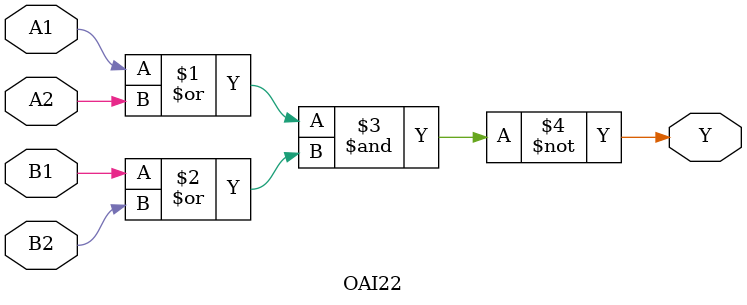
<source format=v>
module OAI22(
    output Y,
    input A1,
    input A2,
    input B1,
    input B2
);
    assign Y = ~((A1 | A2) & (B1 | B2));
endmodule
</source>
